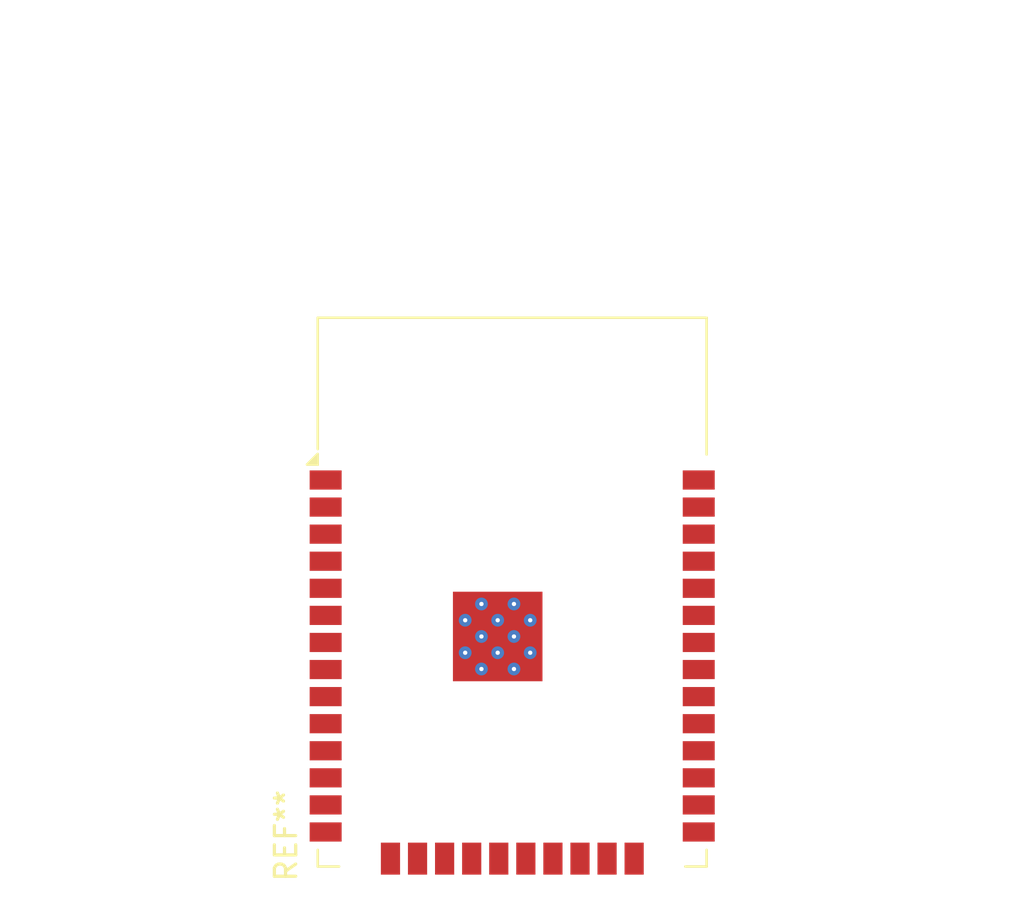
<source format=kicad_pcb>
(kicad_pcb (version 20241229) (generator "pcbnew") (generator_version "9.0")
  (layers (0 "F.Cu" signal) (2 "B.Cu" signal) (13 "F.Paste" user) (15 "B.Paste" user) (5 "F.SilkS" user "F.Silkscreen") (7 "B.SilkS" user "B.Silkscreen") (1 "F.Mask" user) (3 "B.Mask" user) (25 "Edge.Cuts" user))
  (net 0 "")
  (footprint "RF_Module:ESP32-WROOM-32" (layer "F.Cu") (at 143.25 108.9)
    (property "Reference" "REF**" (at -10.61 8.43 90) (layer "F.SilkS"))
    (property "Value" "ESP32-WROOM-32")
    (fp_line (start -9.12 -15.86) (end -9.12 -9.7) (stroke (width 0.12)) (layer "F.SilkS"))
    (fp_line (start -9.12 -15.86) (end 9.12 -15.86) (stroke (width 0.12)) (layer "F.SilkS"))
    (fp_line (start -9.12 9.1) (end -9.12 9.88) (stroke (width 0.12)) (layer "F.SilkS"))
    (fp_line (start -9.12 9.88) (end -8.12 9.88) (stroke (width 0.12)) (layer "F.SilkS"))
    (fp_line (start 9.12 -15.86) (end 9.12 -9.445) (stroke (width 0.12)) (layer "F.SilkS"))
    (fp_line (start 9.12 9.1) (end 9.12 9.88) (stroke (width 0.12)) (layer "F.SilkS"))
    (fp_line (start 9.12 9.88) (end 8.12 9.88) (stroke (width 0.12)) (layer "F.SilkS"))
    (fp_poly (pts (xy -9.125 -8.975) (xy -9.625 -8.975) (xy -9.125 -9.475) (xy -9.125 -8.975)) (stroke (width 0.12)) (fill yes) (layer "F.SilkS"))
    (pad "1" smd rect (at -8.75 -8.25) (size 1.5 0.9) (layers "F.Cu" "F.Mask" "F.Paste"))
    (pad "2" smd rect (at -8.75 -6.98) (size 1.5 0.9) (layers "F.Cu" "F.Mask" "F.Paste"))
    (pad "3" smd rect (at -8.75 -5.71) (size 1.5 0.9) (layers "F.Cu" "F.Mask" "F.Paste"))
    (pad "4" smd rect (at -8.75 -4.44) (size 1.5 0.9) (layers "F.Cu" "F.Mask" "F.Paste"))
    (pad "5" smd rect (at -8.75 -3.17) (size 1.5 0.9) (layers "F.Cu" "F.Mask" "F.Paste"))
    (pad "6" smd rect (at -8.75 -1.9) (size 1.5 0.9) (layers "F.Cu" "F.Mask" "F.Paste"))
    (pad "7" smd rect (at -8.75 -0.63) (size 1.5 0.9) (layers "F.Cu" "F.Mask" "F.Paste"))
    (pad "8" smd rect (at -8.75 0.64) (size 1.5 0.9) (layers "F.Cu" "F.Mask" "F.Paste"))
    (pad "9" smd rect (at -8.75 1.91) (size 1.5 0.9) (layers "F.Cu" "F.Mask" "F.Paste"))
    (pad "10" smd rect (at -8.75 3.18) (size 1.5 0.9) (layers "F.Cu" "F.Mask" "F.Paste"))
    (pad "11" smd rect (at -8.75 4.45) (size 1.5 0.9) (layers "F.Cu" "F.Mask" "F.Paste"))
    (pad "12" smd rect (at -8.75 5.72) (size 1.5 0.9) (layers "F.Cu" "F.Mask" "F.Paste"))
    (pad "13" smd rect (at -8.75 6.99) (size 1.5 0.9) (layers "F.Cu" "F.Mask" "F.Paste"))
    (pad "14" smd rect (at -8.75 8.26) (size 1.5 0.9) (layers "F.Cu" "F.Mask" "F.Paste"))
    (pad "15" smd rect (at -5.71 9.51 90) (size 1.5 0.9) (layers "F.Cu" "F.Mask" "F.Paste"))
    (pad "16" smd rect (at -4.44 9.51 90) (size 1.5 0.9) (layers "F.Cu" "F.Mask" "F.Paste"))
    (pad "17" smd rect (at -3.17 9.51 90) (size 1.5 0.9) (layers "F.Cu" "F.Mask" "F.Paste"))
    (pad "18" smd rect (at -1.9 9.51 90) (size 1.5 0.9) (layers "F.Cu" "F.Mask" "F.Paste"))
    (pad "19" smd rect (at -0.63 9.51 90) (size 1.5 0.9) (layers "F.Cu" "F.Mask" "F.Paste"))
    (pad "20" smd rect (at 0.64 9.51 90) (size 1.5 0.9) (layers "F.Cu" "F.Mask" "F.Paste"))
    (pad "21" smd rect (at 1.91 9.51 90) (size 1.5 0.9) (layers "F.Cu" "F.Mask" "F.Paste"))
    (pad "22" smd rect (at 3.18 9.51 90) (size 1.5 0.9) (layers "F.Cu" "F.Mask" "F.Paste"))
    (pad "23" smd rect (at 4.45 9.51 90) (size 1.5 0.9) (layers "F.Cu" "F.Mask" "F.Paste"))
    (pad "24" smd rect (at 5.72 9.51 90) (size 1.5 0.9) (layers "F.Cu" "F.Mask" "F.Paste"))
    (pad "25" smd rect (at 8.75 8.26) (size 1.5 0.9) (layers "F.Cu" "F.Mask" "F.Paste"))
    (pad "26" smd rect (at 8.75 6.99) (size 1.5 0.9) (layers "F.Cu" "F.Mask" "F.Paste"))
    (pad "27" smd rect (at 8.75 5.72) (size 1.5 0.9) (layers "F.Cu" "F.Mask" "F.Paste"))
    (pad "28" smd rect (at 8.75 4.45) (size 1.5 0.9) (layers "F.Cu" "F.Mask" "F.Paste"))
    (pad "29" smd rect (at 8.75 3.18) (size 1.5 0.9) (layers "F.Cu" "F.Mask" "F.Paste"))
    (pad "30" smd rect (at 8.75 1.91) (size 1.5 0.9) (layers "F.Cu" "F.Mask" "F.Paste"))
    (pad "31" smd rect (at 8.75 0.64) (size 1.5 0.9) (layers "F.Cu" "F.Mask" "F.Paste"))
    (pad "32" smd rect (at 8.75 -0.63) (size 1.5 0.9) (layers "F.Cu" "F.Mask" "F.Paste"))
    (pad "33" smd rect (at 8.75 -1.9) (size 1.5 0.9) (layers "F.Cu" "F.Mask" "F.Paste"))
    (pad "34" smd rect (at 8.75 -3.17) (size 1.5 0.9) (layers "F.Cu" "F.Mask" "F.Paste"))
    (pad "35" smd rect (at 8.75 -4.44) (size 1.5 0.9) (layers "F.Cu" "F.Mask" "F.Paste"))
    (pad "36" smd rect (at 8.75 -5.71) (size 1.5 0.9) (layers "F.Cu" "F.Mask" "F.Paste"))
    (pad "37" smd rect (at 8.75 -6.98) (size 1.5 0.9) (layers "F.Cu" "F.Mask" "F.Paste"))
    (pad "38" smd rect (at 8.75 -8.25) (size 1.5 0.9) (layers "F.Cu" "F.Mask" "F.Paste"))
    (pad "39" smd rect (at -2.205 -2.435) (size 1.05 1.05) (layers "F.Cu" "F.Paste"))
    (pad "39" thru_hole circle (at -2.205 -1.6725) (size 0.6 0.6) (drill 0.2) (property pad_prop_heatsink) (layers "*.Cu" "F.Mask"))
    (pad "39" smd rect (at -2.205 -0.91) (size 1.05 1.05) (layers "F.Cu" "F.Paste"))
    (pad "39" thru_hole circle (at -2.205 -0.1475) (size 0.6 0.6) (drill 0.2) (property pad_prop_heatsink) (layers "*.Cu" "F.Mask"))
    (pad "39" smd rect (at -2.205 0.615) (size 1.05 1.05) (layers "F.Cu" "F.Paste"))
    (pad "39" thru_hole circle (at -1.4425 -2.435) (size 0.6 0.6) (drill 0.2) (property pad_prop_heatsink) (layers "*.Cu" "F.Mask"))
    (pad "39" thru_hole circle (at -1.4425 -0.91) (size 0.6 0.6) (drill 0.2) (property pad_prop_heatsink) (layers "*.Cu" "F.Mask"))
    (pad "39" thru_hole circle (at -1.4425 0.615) (size 0.6 0.6) (drill 0.2) (property pad_prop_heatsink) (layers "*.Cu" "F.Mask"))
    (pad "39" smd rect (at -0.68 -2.435) (size 1.05 1.05) (layers "F.Cu" "F.Paste"))
    (pad "39" thru_hole circle (at -0.68 -1.6725) (size 0.6 0.6) (drill 0.2) (property pad_prop_heatsink) (layers "*.Cu" "F.Mask"))
    (pad "39" smd rect (at -0.68 -0.91) (size 1.05 1.05) (layers "F.Cu" "F.Paste"))
    (pad "39" smd rect (at -0.68 -0.91) (size 4.2 4.2) (property pad_prop_heatsink) (layers "F.Cu" "F.Mask"))
    (pad "39" thru_hole circle (at -0.68 -0.1475) (size 0.6 0.6) (drill 0.2) (property pad_prop_heatsink) (layers "*.Cu" "F.Mask"))
    (pad "39" smd rect (at -0.68 0.615) (size 1.05 1.05) (layers "F.Cu" "F.Paste"))
    (pad "39" thru_hole circle (at 0.0825 -2.435) (size 0.6 0.6) (drill 0.2) (property pad_prop_heatsink) (layers "*.Cu" "F.Mask"))
    (pad "39" thru_hole circle (at 0.0825 -0.91) (size 0.6 0.6) (drill 0.2) (property pad_prop_heatsink) (layers "*.Cu" "F.Mask"))
    (pad "39" thru_hole circle (at 0.0825 0.615) (size 0.6 0.6) (drill 0.2) (property pad_prop_heatsink) (layers "*.Cu" "F.Mask"))
    (pad "39" smd rect (at 0.845 -2.435) (size 1.05 1.05) (layers "F.Cu" "F.Paste"))
    (pad "39" thru_hole circle (at 0.845 -1.6725) (size 0.6 0.6) (drill 0.2) (property pad_prop_heatsink) (layers "*.Cu" "F.Mask"))
    (pad "39" smd rect (at 0.845 -0.91) (size 1.05 1.05) (layers "F.Cu" "F.Paste"))
    (pad "39" thru_hole circle (at 0.845 -0.1475) (size 0.6 0.6) (drill 0.2) (property pad_prop_heatsink) (layers "*.Cu" "F.Mask"))
    (pad "39" smd rect (at 0.845 0.615) (size 1.05 1.05) (layers "F.Cu" "F.Paste"))
  )
)
</source>
